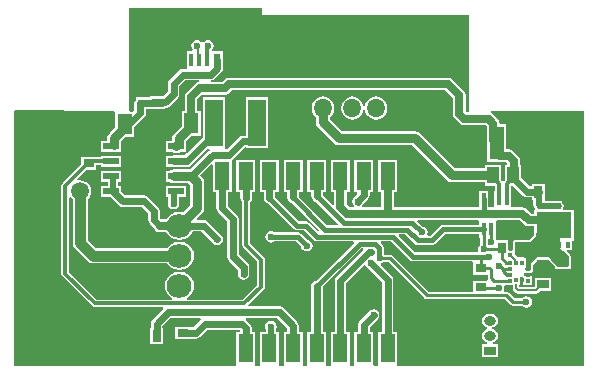
<source format=gbr>
%TF.GenerationSoftware,Altium Limited,Altium Designer,20.2.4 (192)*%
G04 Layer_Physical_Order=1*
G04 Layer_Color=255*
%FSLAX26Y26*%
%MOIN*%
%TF.SameCoordinates,97307457-8CCF-4A7E-BA0C-C77F47F2EFA4*%
%TF.FilePolarity,Positive*%
%TF.FileFunction,Copper,L1,Top,Signal*%
%TF.Part,Single*%
G01*
G75*
%TA.AperFunction,ConnectorPad*%
%ADD10R,0.023622X0.043307*%
%ADD11R,0.015748X0.043307*%
%TA.AperFunction,SMDPad,CuDef*%
%ADD12R,0.090551X0.129921*%
%ADD13R,0.055118X0.021654*%
%ADD14R,0.048819X0.110630*%
%ADD15R,0.035433X0.027559*%
%ADD16R,0.038433X0.030000*%
%ADD17R,0.015866X0.027953*%
%ADD18R,0.059055X0.157480*%
%TA.AperFunction,ConnectorPad*%
%ADD19R,0.049213X0.094488*%
%TA.AperFunction,SMDPad,CuDef*%
%ADD20R,0.048819X0.068000*%
%ADD21R,0.011811X0.019685*%
%ADD22R,0.118110X0.086614*%
%ADD23R,0.013780X0.016929*%
%ADD24R,0.016929X0.013780*%
%ADD25R,0.016535X0.042000*%
%ADD26R,0.039370X0.055118*%
%ADD27R,0.027559X0.035433*%
%ADD28R,0.030000X0.038433*%
%TA.AperFunction,Conductor*%
%ADD29C,0.027559*%
%ADD30C,0.023622*%
%ADD31C,0.011811*%
%ADD32C,0.019685*%
%ADD33C,0.031496*%
%ADD34C,0.009842*%
%ADD35C,0.015748*%
%ADD36C,0.007874*%
%ADD37C,0.035433*%
%TA.AperFunction,SMDPad,CuDef*%
%ADD38C,0.015000*%
%TA.AperFunction,ComponentPad*%
%ADD39O,0.035433X0.076772*%
%ADD40O,0.041339X0.061024*%
%ADD41O,0.082677X0.078740*%
%ADD42C,0.059055*%
%ADD43R,0.059055X0.059055*%
%ADD44O,0.059055X0.062992*%
%ADD45R,0.051181X0.068898*%
%TA.AperFunction,ViaPad*%
%ADD46C,0.157480*%
%TA.AperFunction,ComponentPad*%
%ADD47R,0.031496X0.040000*%
%ADD48O,0.031496X0.040000*%
%ADD49O,0.040000X0.031496*%
%ADD50R,0.040000X0.031496*%
%TA.AperFunction,ViaPad*%
%ADD51C,0.023622*%
%TA.AperFunction,TestPad*%
%ADD52C,0.023622*%
%TA.AperFunction,ViaPad*%
%ADD53C,0.019685*%
%ADD54C,0.015748*%
G36*
X831290Y1172668D02*
X1520266D01*
Y854204D01*
X1520266Y852535D01*
X1516646Y849204D01*
X1513145D01*
X1509464Y852885D01*
Y906091D01*
X1507844Y914232D01*
X1503233Y921135D01*
X1465032Y959335D01*
X1458130Y963947D01*
X1449989Y965566D01*
X721457D01*
X713315Y963947D01*
X706413Y959335D01*
X698471Y951393D01*
X661284D01*
X660792Y956393D01*
X666822Y957593D01*
X673073Y961769D01*
X694727Y983423D01*
X698903Y989674D01*
X700370Y997047D01*
Y1025591D01*
X700000Y1027452D01*
Y1054331D01*
X666149D01*
X665200Y1055614D01*
X663934Y1059331D01*
X667407Y1064529D01*
X668874Y1071903D01*
X667407Y1079276D01*
X663231Y1085527D01*
X656980Y1089704D01*
X649606Y1091170D01*
X642233Y1089704D01*
X635982Y1085527D01*
X634390Y1083144D01*
X629390D01*
X627798Y1085527D01*
X621547Y1089704D01*
X614173Y1091170D01*
X606800Y1089704D01*
X600549Y1085527D01*
X596372Y1079276D01*
X594905Y1071903D01*
X596372Y1064529D01*
X599846Y1059331D01*
X598579Y1055614D01*
X597631Y1054331D01*
X579528D01*
Y996851D01*
X575434Y994662D01*
X566535D01*
X559162Y993195D01*
X552911Y989018D01*
X521809Y957916D01*
X517632Y951665D01*
X516165Y944291D01*
Y918020D01*
X501712Y903567D01*
X455980D01*
Y899969D01*
X425976D01*
X421186Y899016D01*
X410177D01*
Y891946D01*
X406412Y886311D01*
X404945Y878938D01*
Y856204D01*
X399670Y850929D01*
X392711D01*
X388377Y852535D01*
X388377Y855929D01*
Y1196290D01*
X831290D01*
Y1172668D01*
D02*
G37*
G36*
X620704Y951126D02*
X613906Y949774D01*
X607004Y945162D01*
X578854Y917012D01*
X574242Y910110D01*
X572623Y901969D01*
Y854079D01*
X562402D01*
Y804831D01*
X538655Y781085D01*
X533608Y773532D01*
X531836Y764622D01*
X531836Y764621D01*
Y755707D01*
X530460Y754331D01*
X508661D01*
Y718504D01*
X530689D01*
X536366Y714711D01*
X545276Y712938D01*
X554185Y714711D01*
X559862Y718504D01*
X572966D01*
X577595Y718504D01*
X580878Y714715D01*
X571847Y705685D01*
X535433D01*
X528624Y704331D01*
X508661D01*
Y668504D01*
X528624D01*
X535433Y667149D01*
X579828D01*
X587202Y668616D01*
X593453Y672793D01*
X649707Y729047D01*
X654367Y728544D01*
X655789Y724077D01*
X653108Y722286D01*
X590521Y659699D01*
X535433D01*
X526524Y657927D01*
X521141Y654331D01*
X508661D01*
Y618504D01*
X521141D01*
X526524Y614908D01*
X535433Y613135D01*
X584844D01*
X590891Y607088D01*
Y540290D01*
X567721Y517120D01*
X557149Y518511D01*
X553212D01*
X541085Y516915D01*
X529784Y512234D01*
X520079Y504787D01*
X512633Y495082D01*
X511740Y492928D01*
X494896D01*
X489740Y498085D01*
Y519685D01*
X488274Y527058D01*
X484097Y533309D01*
X450632Y566774D01*
X444381Y570951D01*
X437008Y572417D01*
X374910D01*
X361417Y585910D01*
Y604331D01*
X351906D01*
Y618504D01*
X361417D01*
Y654331D01*
X292126D01*
Y618504D01*
X317385D01*
Y604331D01*
X292126D01*
Y568504D01*
X324326D01*
X353305Y539525D01*
X359556Y535348D01*
X366929Y533882D01*
X429027D01*
X451205Y511704D01*
Y490104D01*
X452671Y482730D01*
X456848Y476479D01*
X469131Y464196D01*
X469267Y463512D01*
X473879Y456610D01*
X480781Y451998D01*
X488923Y450379D01*
X511740D01*
X512633Y448225D01*
X520079Y438520D01*
X529784Y431074D01*
X541085Y426393D01*
X553212Y424796D01*
X557149D01*
X569277Y426393D01*
X580578Y431074D01*
X590283Y438520D01*
X597729Y448225D01*
X599453Y452386D01*
X628544D01*
X667871Y413058D01*
X674122Y408882D01*
X681496Y407415D01*
X688869Y408882D01*
X695120Y413058D01*
X699297Y419309D01*
X700764Y426683D01*
X699297Y434056D01*
X695120Y440307D01*
X650150Y485278D01*
X643899Y489455D01*
X636525Y490921D01*
X613907D01*
X611994Y495541D01*
X630636Y514183D01*
X630636Y514183D01*
X635683Y521736D01*
X637455Y530646D01*
X637455Y530646D01*
Y616732D01*
X637455Y616732D01*
X635683Y625642D01*
X630636Y633195D01*
X624576Y639256D01*
X661522Y676203D01*
X666142Y674289D01*
Y583465D01*
X678567D01*
Y530646D01*
X680034Y523273D01*
X684210Y517022D01*
X714000Y487232D01*
Y368318D01*
X715467Y360945D01*
X719643Y354694D01*
X749641Y324696D01*
Y310747D01*
X751108Y303374D01*
X755284Y297123D01*
X761535Y292946D01*
X768909Y291479D01*
X776282Y292946D01*
X782533Y297123D01*
X786710Y303374D01*
X788177Y310747D01*
Y332677D01*
X786710Y340051D01*
X782533Y346302D01*
X752535Y376300D01*
Y495213D01*
X751069Y502586D01*
X746892Y508837D01*
X717102Y538627D01*
Y583465D01*
X729528D01*
Y691326D01*
X735081Y695037D01*
X773346Y733303D01*
X778346Y732700D01*
Y729134D01*
X851575D01*
Y900787D01*
X778346D01*
Y772264D01*
X765791D01*
X758418Y770797D01*
X752167Y766621D01*
X713476Y727929D01*
X710407D01*
X705906Y729134D01*
X705905Y732929D01*
Y900787D01*
X632677D01*
Y766515D01*
X581741Y715579D01*
X577953Y718862D01*
X577953Y723356D01*
Y743813D01*
X578400Y746063D01*
X578400Y746063D01*
Y754978D01*
X595327Y771905D01*
X625394D01*
Y854079D01*
X615173D01*
Y893156D01*
X630860Y908843D01*
X707283D01*
X715425Y910463D01*
X722327Y915074D01*
X730269Y923016D01*
X1441176D01*
X1466914Y897279D01*
Y844073D01*
X1468534Y835931D01*
X1473145Y829029D01*
X1489289Y812886D01*
X1496191Y808274D01*
X1504333Y806654D01*
X1577013D01*
X1580694Y802973D01*
Y757525D01*
X1581103Y755470D01*
Y684494D01*
X1621173D01*
X1623228Y684085D01*
X1643491D01*
X1648016Y679559D01*
Y674479D01*
X1639036D01*
Y623921D01*
X1636794Y621679D01*
X1636215Y620813D01*
X1630937D01*
X1627225Y624580D01*
Y674479D01*
X1573681D01*
Y663115D01*
X1473805D01*
X1356820Y780100D01*
X1349267Y785147D01*
X1340357Y786919D01*
X1340357Y786919D01*
X1097064D01*
X1056747Y827236D01*
Y833525D01*
X1059579Y835697D01*
X1065447Y843346D01*
X1069137Y852253D01*
X1070395Y861811D01*
Y865748D01*
X1069137Y875306D01*
X1065447Y884213D01*
X1059579Y891861D01*
X1051930Y897730D01*
X1043023Y901420D01*
X1033465Y902678D01*
X1023907Y901420D01*
X1015000Y897730D01*
X1007352Y891861D01*
X1001483Y884213D01*
X997793Y875306D01*
X996535Y865748D01*
Y861811D01*
X997793Y852253D01*
X1001483Y843346D01*
X1007352Y835697D01*
X1010183Y833525D01*
Y817593D01*
X1010183Y817593D01*
X1011955Y808683D01*
X1017002Y801130D01*
X1070957Y747175D01*
X1070958Y747174D01*
X1078511Y742128D01*
X1087420Y740355D01*
X1087421Y740355D01*
X1330713D01*
X1447698Y623370D01*
X1455251Y618323D01*
X1464161Y616551D01*
X1464162Y616551D01*
X1573681D01*
Y605188D01*
X1607323D01*
Y588392D01*
X1605216D01*
Y533086D01*
X1584743D01*
Y588196D01*
X1554035D01*
Y533086D01*
X1270291D01*
Y583465D01*
X1280709D01*
Y692126D01*
X1217323D01*
Y583465D01*
X1227741D01*
Y533086D01*
X1166942D01*
X1165077Y538086D01*
X1168421Y543090D01*
X1168817Y545083D01*
X1183900Y560166D01*
X1188077Y566417D01*
X1189544Y573790D01*
Y583465D01*
X1201969D01*
Y692126D01*
X1138583D01*
Y583465D01*
X1145630D01*
X1147701Y578465D01*
X1136995Y567758D01*
X1132819Y561507D01*
X1131352Y554134D01*
Y550463D01*
X1132819Y543090D01*
X1136162Y538086D01*
X1134297Y533086D01*
X1122467D01*
X1112811Y542742D01*
Y583465D01*
X1123228D01*
Y692126D01*
X1059843D01*
Y583465D01*
X1070261D01*
Y541506D01*
X1065641Y539592D01*
X1033047Y572186D01*
Y583465D01*
X1044488D01*
Y692126D01*
X981102D01*
Y583465D01*
X994512D01*
Y569882D01*
X995978Y562508D01*
X1000155Y556258D01*
X1006406Y552081D01*
X1010903Y551186D01*
X1083752Y478338D01*
X1081838Y473718D01*
X1047854D01*
X953323Y568249D01*
Y583465D01*
X965748D01*
Y692126D01*
X902362D01*
Y583465D01*
X914787D01*
Y565945D01*
X916254Y558571D01*
X920431Y552321D01*
X926682Y548144D01*
X931179Y547249D01*
X1020180Y458248D01*
X1018534Y452823D01*
X1017728Y452663D01*
X988148Y482243D01*
X983200Y485549D01*
X977362Y486710D01*
X954153D01*
X874583Y566281D01*
Y583465D01*
X887008D01*
Y692126D01*
X823622D01*
Y583465D01*
X836047D01*
Y563976D01*
X837514Y556603D01*
X841691Y550352D01*
X847942Y546175D01*
X852439Y545281D01*
X937049Y460671D01*
X941997Y457364D01*
X947835Y456203D01*
X971044D01*
X1003387Y423860D01*
X1008336Y420553D01*
X1014173Y419392D01*
X1134826D01*
X1136740Y414773D01*
X1009919Y287952D01*
X1005422Y287058D01*
X999171Y282881D01*
X994994Y276630D01*
X993528Y269256D01*
Y117323D01*
X981102D01*
Y10346D01*
X981102Y8661D01*
X977476Y5346D01*
X969375D01*
X965748Y8661D01*
X965748Y10346D01*
Y117323D01*
X953323D01*
Y138402D01*
X951856Y145775D01*
X947680Y152026D01*
X903005Y196701D01*
X896754Y200878D01*
X889380Y202344D01*
X787378D01*
X785307Y207344D01*
X836138Y258176D01*
X836139Y258176D01*
X839010Y262473D01*
X840018Y267543D01*
X840018Y267543D01*
Y358090D01*
X839010Y363159D01*
X836139Y367457D01*
X836138Y367457D01*
X790806Y412789D01*
Y550234D01*
X791183Y550486D01*
X791380Y550683D01*
X795557Y556934D01*
X797024Y564307D01*
Y583465D01*
X808268D01*
Y692126D01*
X744882D01*
Y583465D01*
X758488D01*
Y565100D01*
X758291Y564111D01*
X759758Y556737D01*
X763935Y550486D01*
X764312Y550234D01*
Y407303D01*
X764312Y407303D01*
X765321Y402233D01*
X768192Y397936D01*
X813525Y352603D01*
Y273029D01*
X766164Y225669D01*
X580596D01*
X579601Y230669D01*
X580578Y231074D01*
X590283Y238520D01*
X597729Y248225D01*
X602410Y259526D01*
X604007Y271654D01*
X602410Y283781D01*
X597729Y295082D01*
X590283Y304787D01*
X580578Y312233D01*
X569277Y316915D01*
X557149Y318511D01*
X553212D01*
X541085Y316915D01*
X529784Y312233D01*
X520079Y304787D01*
X512633Y295082D01*
X507951Y283781D01*
X506355Y271654D01*
X507951Y259526D01*
X512633Y248225D01*
X520079Y238520D01*
X529784Y231074D01*
X530761Y230669D01*
X529766Y225669D01*
X279925D01*
X188007Y317587D01*
Y565188D01*
X192478Y567681D01*
X193007Y567654D01*
X198647Y560304D01*
X199471Y559671D01*
Y415004D01*
X201396Y405326D01*
X206878Y397122D01*
X250228Y353772D01*
X258433Y348290D01*
X268110Y346365D01*
X514060D01*
X520079Y338520D01*
X529784Y331074D01*
X541085Y326393D01*
X553212Y324796D01*
X557149D01*
X569277Y326393D01*
X580578Y331074D01*
X590283Y338520D01*
X597729Y348225D01*
X602410Y359526D01*
X604007Y371654D01*
X602410Y383781D01*
X597729Y395082D01*
X590283Y404787D01*
X580578Y412233D01*
X569277Y416915D01*
X557149Y418511D01*
X553212D01*
X541085Y416915D01*
X529784Y412233D01*
X520079Y404787D01*
X514060Y396943D01*
X278585D01*
X250049Y425479D01*
Y559671D01*
X250874Y560304D01*
X256743Y567952D01*
X260432Y576859D01*
X261690Y586417D01*
X260432Y595976D01*
X256743Y604882D01*
X250874Y612531D01*
X243225Y618400D01*
X234318Y622089D01*
X224760Y623347D01*
X217486Y622390D01*
X215150Y627125D01*
X246883Y658858D01*
X277756D01*
Y674051D01*
X292126D01*
Y668504D01*
X361417D01*
Y704331D01*
X292126D01*
Y700544D01*
X277756D01*
Y700591D01*
X228150D01*
Y677592D01*
X165393Y614836D01*
X162522Y610538D01*
X161513Y605469D01*
X161514Y605468D01*
Y312101D01*
X161513Y312100D01*
X162522Y307031D01*
X165393Y302733D01*
X265071Y203056D01*
X265071Y203055D01*
X269369Y200184D01*
X274438Y199176D01*
X274439Y199176D01*
X499491D01*
X501562Y194176D01*
X465116Y157730D01*
X460939Y151479D01*
X459472Y144105D01*
Y130433D01*
X455906D01*
Y76260D01*
X501575D01*
Y130433D01*
X498008D01*
Y136124D01*
X525692Y163809D01*
X624664D01*
X626181Y158809D01*
X625155Y158124D01*
X600856Y133824D01*
X591339D01*
Y135422D01*
X541732D01*
Y93690D01*
X591339D01*
Y95288D01*
X608837D01*
X616210Y96755D01*
X622461Y100931D01*
X646761Y125231D01*
X754756D01*
X757307Y122681D01*
Y117323D01*
X744882D01*
Y10346D01*
X744882Y8661D01*
X741255Y5346D01*
X111546D01*
X106754Y4385D01*
X86126Y3844D01*
X75872Y5346D01*
X4518D01*
Y852535D01*
X5598D01*
X5603Y855691D01*
X170958D01*
X170957Y855691D01*
X174760Y852535D01*
X336807D01*
X341142Y850929D01*
X341142Y847535D01*
Y799123D01*
X322120Y780101D01*
X317073Y772548D01*
X315301Y763638D01*
X315301Y763637D01*
Y754331D01*
X292126D01*
Y718504D01*
X331385D01*
X338583Y717072D01*
X345781Y718504D01*
X361417D01*
Y738105D01*
X361865Y740354D01*
Y753994D01*
X376627Y768756D01*
X404134D01*
Y800895D01*
X437838Y834599D01*
X442014Y840850D01*
X443481Y848223D01*
Y861433D01*
X455980D01*
Y859394D01*
X508587D01*
Y863354D01*
X515248Y864679D01*
X521499Y868856D01*
X549058Y896415D01*
X553234Y902666D01*
X554701Y910039D01*
Y936310D01*
X574516Y956126D01*
X620212D01*
X620704Y951126D01*
D02*
G37*
G36*
X1699131Y571387D02*
X1705381Y567211D01*
X1712755Y565744D01*
X1729403D01*
Y558708D01*
X1735228D01*
Y540819D01*
X1736542Y534214D01*
X1740284Y528614D01*
X1741063Y527835D01*
X1738992Y522835D01*
X1737008D01*
Y512021D01*
X1727712D01*
X1712878Y526855D01*
X1705976Y531466D01*
X1697835Y533086D01*
X1661515D01*
Y588196D01*
X1659407D01*
Y605188D01*
X1665330D01*
X1699131Y571387D01*
D02*
G37*
G36*
X1554035Y488195D02*
Y475363D01*
X1433140D01*
X1427303Y474202D01*
X1422354Y470895D01*
X1389449Y437990D01*
X1384010D01*
X1381394Y442990D01*
X1382690Y449508D01*
X1381223Y456881D01*
X1377047Y463132D01*
X1370796Y467309D01*
X1366299Y468204D01*
X1348585Y485917D01*
X1350499Y490536D01*
X1550004D01*
X1554035Y488195D01*
D02*
G37*
G36*
X1703856Y475702D02*
X1710758Y471091D01*
X1718900Y469471D01*
X1737008D01*
Y448029D01*
X1736876Y447486D01*
X1736900Y447332D01*
X1736869Y447179D01*
X1736869Y440001D01*
X1720432Y423564D01*
X1712205D01*
Y423581D01*
X1670473D01*
Y423016D01*
X1670463Y423014D01*
X1668119Y421448D01*
X1666553Y419103D01*
X1666003Y416339D01*
X1666003Y392600D01*
X1661003Y388799D01*
X1658545Y389288D01*
X1655394Y388661D01*
X1650394Y392136D01*
Y423581D01*
X1612780D01*
X1609601Y427702D01*
X1610334Y432022D01*
X1610334Y432022D01*
Y488195D01*
X1614364Y490536D01*
X1689022D01*
X1703856Y475702D01*
D02*
G37*
G36*
X1554035Y432022D02*
X1557146D01*
Y409232D01*
X1555765Y408309D01*
X1551588Y402058D01*
X1550121Y394685D01*
X1551375Y388382D01*
X1548658Y383382D01*
X1340552D01*
X1285343Y438591D01*
X1287256Y443211D01*
X1308642D01*
X1339903Y411950D01*
X1344852Y408644D01*
X1350689Y407483D01*
X1395768D01*
X1401605Y408644D01*
X1406554Y411950D01*
X1439459Y444855D01*
X1554035D01*
Y432022D01*
D02*
G37*
G36*
X1824803Y397638D02*
X1834646Y387795D01*
X1853346Y369094D01*
X1853347Y339165D01*
X1849811Y335630D01*
X1816929Y335630D01*
X1794020Y358539D01*
Y362063D01*
X1790496D01*
X1786417Y366142D01*
X1748032D01*
X1743953Y362063D01*
X1741413D01*
Y359524D01*
X1725394Y343504D01*
Y322603D01*
X1707677D01*
Y332249D01*
X1709842D01*
Y363351D01*
X1705547D01*
X1702756Y366142D01*
X1684055D01*
X1673228Y376969D01*
X1673228Y416339D01*
X1723425D01*
X1742126Y435039D01*
X1744095Y437008D01*
X1744094Y447179D01*
X1749095Y451772D01*
X1824803D01*
Y397638D01*
D02*
G37*
G36*
X1903981Y853726D02*
Y852535D01*
X1904125D01*
Y205552D01*
X1904814Y204796D01*
Y204796D01*
Y204796D01*
D01*
X1904814Y43236D01*
X1904125Y42479D01*
Y5346D01*
X1833576D01*
X1823322Y3844D01*
X1802694Y4385D01*
X1797903Y5346D01*
X1284335D01*
X1280709Y8661D01*
X1280709Y10346D01*
Y117323D01*
X1268284D01*
Y290570D01*
X1266817Y297944D01*
X1262640Y304195D01*
X1226359Y340476D01*
X1228005Y345902D01*
X1230665Y346431D01*
X1236337Y350221D01*
X1251995D01*
X1371283Y230933D01*
X1375255Y228279D01*
X1379940Y227347D01*
X1640241D01*
X1658689Y208899D01*
X1662661Y206245D01*
X1667347Y205313D01*
X1697133D01*
X1698073Y203906D01*
X1704324Y199729D01*
X1711698Y198262D01*
X1719071Y199729D01*
X1725322Y203906D01*
X1729499Y210157D01*
X1730966Y217530D01*
X1729499Y224904D01*
X1725322Y231155D01*
X1719071Y235331D01*
X1711698Y236798D01*
X1704324Y235331D01*
X1698073Y231155D01*
X1697168Y229799D01*
X1672418D01*
X1653969Y248247D01*
X1649998Y250901D01*
X1645312Y251833D01*
X1639044D01*
X1637275Y255144D01*
X1636805Y256833D01*
X1638154Y263617D01*
X1636687Y270990D01*
X1640207Y274723D01*
X1641142Y274965D01*
Y274965D01*
X1662205D01*
Y273587D01*
X1665926D01*
Y262795D01*
X1666781Y258494D01*
X1669218Y254848D01*
X1675123Y248942D01*
X1678770Y246506D01*
X1683071Y245650D01*
X1744224D01*
X1748526Y246506D01*
X1752172Y248942D01*
X1757309Y254079D01*
X1794020D01*
Y298252D01*
X1741413D01*
Y269974D01*
X1739569Y268129D01*
X1688405D01*
Y273587D01*
X1690157D01*
Y299213D01*
X1699803D01*
Y274965D01*
X1730905D01*
Y302918D01*
X1705118D01*
Y314335D01*
X1730905D01*
Y318096D01*
X1732069Y319838D01*
X1732619Y322603D01*
Y340511D01*
X1746523Y354414D01*
X1747540Y355937D01*
X1749062Y356954D01*
X1751024Y358916D01*
X1783425D01*
X1785387Y356954D01*
X1787499Y355542D01*
X1788910Y353430D01*
X1806374Y335967D01*
Y328486D01*
X1816522D01*
X1816929Y328404D01*
X1849811Y328404D01*
X1850219Y328486D01*
X1858980D01*
Y334841D01*
X1860022Y336400D01*
X1860572Y339165D01*
X1860572Y369094D01*
X1860022Y371859D01*
X1858456Y374203D01*
X1846727Y385932D01*
X1848641Y390551D01*
X1863386D01*
Y422047D01*
X1869291D01*
Y522835D01*
X1834908D01*
X1832866Y527835D01*
X1834845Y530796D01*
X1836159Y537402D01*
X1834845Y544007D01*
X1831890Y548429D01*
Y554331D01*
X1820565D01*
X1818898Y554662D01*
X1775879D01*
X1773576Y558709D01*
Y611315D01*
X1729403D01*
Y604279D01*
X1720736D01*
X1692579Y632437D01*
Y674479D01*
X1690566D01*
Y688372D01*
X1688947Y696513D01*
X1684335Y703415D01*
X1667347Y720404D01*
X1660445Y725015D01*
X1652303Y726635D01*
X1644095D01*
Y809297D01*
X1623244D01*
Y811785D01*
X1621624Y819927D01*
X1617012Y826829D01*
X1600869Y842973D01*
X1593967Y847585D01*
X1594707Y852535D01*
X1728871D01*
X1730492Y854012D01*
X1903981Y853726D01*
D02*
G37*
G36*
X1323448Y357342D02*
X1328397Y354036D01*
X1334234Y352875D01*
X1530519D01*
X1534419Y350220D01*
Y308488D01*
X1582824D01*
Y296040D01*
X1583348Y293409D01*
X1580563Y289029D01*
X1579711Y288409D01*
X1534419D01*
Y251833D01*
X1385011D01*
X1265723Y371121D01*
X1261751Y373775D01*
X1257066Y374707D01*
X1239020D01*
X1236916Y377857D01*
X1235533Y378780D01*
Y398884D01*
X1234372Y404722D01*
X1231066Y409670D01*
X1225964Y414773D01*
X1227877Y419392D01*
X1261398D01*
X1323448Y357342D01*
D02*
G37*
G36*
X1175857Y338293D02*
X1179505Y332832D01*
X1229748Y282589D01*
Y117323D01*
X1217323D01*
Y10346D01*
X1217323Y8661D01*
X1213697Y5346D01*
X1205595D01*
X1201969Y8661D01*
X1201969Y10346D01*
Y117323D01*
X1189544D01*
Y134226D01*
X1215790Y160472D01*
X1219966Y166723D01*
X1221433Y174097D01*
X1219966Y181470D01*
X1215790Y187721D01*
X1209539Y191898D01*
X1202165Y193364D01*
X1194792Y191898D01*
X1188541Y187721D01*
X1156651Y155832D01*
X1152475Y149581D01*
X1151008Y142207D01*
Y117323D01*
X1138583D01*
Y10346D01*
X1138583Y8661D01*
X1134956Y5346D01*
X1126855D01*
X1123229Y8661D01*
X1123228Y10346D01*
Y117323D01*
X1110803D01*
Y280310D01*
X1170446Y339952D01*
X1175857Y338293D01*
D02*
G37*
G36*
X1165371Y395876D02*
X1167208Y391213D01*
X1077911Y301915D01*
X1073735Y295664D01*
X1072268Y288291D01*
Y117323D01*
X1059843D01*
Y10346D01*
X1059843Y8661D01*
X1056216Y5346D01*
X1048115D01*
X1044488Y8661D01*
X1044488Y10346D01*
Y117323D01*
X1032063D01*
Y266952D01*
X1161401Y396290D01*
X1165371Y395876D01*
D02*
G37*
G36*
X914787Y130421D02*
Y117323D01*
X902362D01*
Y10346D01*
X902362Y8661D01*
X898736Y5346D01*
X890635D01*
X887008Y8661D01*
X887008Y10346D01*
Y117323D01*
X876744D01*
Y127240D01*
X877284Y128048D01*
X878751Y135422D01*
X877284Y142795D01*
X873107Y149046D01*
X866856Y153223D01*
X859483Y154690D01*
X852110Y153223D01*
X845859Y149046D01*
X841682Y142795D01*
X840215Y135422D01*
X841682Y128048D01*
X842222Y127240D01*
Y117323D01*
X823622D01*
Y10346D01*
X823622Y8661D01*
X819995Y5346D01*
X811894D01*
X808268Y8661D01*
X808268Y10346D01*
Y117323D01*
X795843D01*
Y130662D01*
X794376Y138035D01*
X790199Y144286D01*
X776362Y158124D01*
X775336Y158809D01*
X776853Y163809D01*
X881399D01*
X914787Y130421D01*
D02*
G37*
%LPC*%
G36*
X1210630Y902678D02*
X1201072Y901420D01*
X1192165Y897730D01*
X1184516Y891861D01*
X1178648Y884213D01*
X1174958Y875306D01*
X1173833Y866756D01*
X1173700Y865748D01*
X1168820D01*
X1168687Y866756D01*
X1167561Y875306D01*
X1163872Y884213D01*
X1158003Y891861D01*
X1150355Y897730D01*
X1141448Y901420D01*
X1131890Y902678D01*
X1122332Y901420D01*
X1113425Y897730D01*
X1105776Y891861D01*
X1099907Y884213D01*
X1096218Y875306D01*
X1094960Y865748D01*
Y861811D01*
X1096218Y852253D01*
X1099907Y843346D01*
X1105776Y835697D01*
X1113425Y829829D01*
X1122332Y826139D01*
X1131890Y824881D01*
X1141448Y826139D01*
X1150355Y829829D01*
X1158003Y835697D01*
X1163872Y843346D01*
X1167561Y852253D01*
X1168687Y860803D01*
X1168820Y861811D01*
X1173700D01*
X1173833Y860803D01*
X1174958Y852253D01*
X1178648Y843346D01*
X1184516Y835697D01*
X1192165Y829829D01*
X1201072Y826139D01*
X1210630Y824881D01*
X1220188Y826139D01*
X1229095Y829829D01*
X1236743Y835697D01*
X1242612Y843346D01*
X1246302Y852253D01*
X1247560Y861811D01*
Y865748D01*
X1246302Y875306D01*
X1242612Y884213D01*
X1236743Y891861D01*
X1229095Y897730D01*
X1220188Y901420D01*
X1210630Y902678D01*
D02*
G37*
G36*
X577953Y604331D02*
X508661D01*
Y568504D01*
X518172D01*
Y553852D01*
X517632Y553043D01*
X516165Y545670D01*
X517632Y538296D01*
X521809Y532045D01*
X528060Y527869D01*
X535433Y526402D01*
X542807Y527869D01*
X549058Y532045D01*
X553234Y538296D01*
X554701Y545670D01*
X553234Y553043D01*
X552694Y553852D01*
Y568504D01*
X577953D01*
Y604331D01*
D02*
G37*
G36*
X860236Y453913D02*
X852863Y452447D01*
X846612Y448270D01*
X842435Y442019D01*
X840968Y434646D01*
X842435Y427272D01*
X846612Y421021D01*
X852863Y416845D01*
X860236Y415378D01*
X867610Y416845D01*
X871422Y419392D01*
X943879D01*
X960775Y402496D01*
X961669Y397998D01*
X965846Y391748D01*
X972097Y387571D01*
X979471Y386104D01*
X986844Y387571D01*
X993095Y391748D01*
X997272Y397998D01*
X998738Y405372D01*
X997272Y412745D01*
X993095Y418996D01*
X986844Y423173D01*
X982347Y424068D01*
X960983Y445432D01*
X956034Y448738D01*
X950197Y449899D01*
X871422D01*
X867610Y452447D01*
X860236Y453913D01*
D02*
G37*
G36*
X1593819Y178794D02*
X1585315D01*
X1576405Y177022D01*
X1568852Y171975D01*
X1563805Y164421D01*
X1562033Y155512D01*
X1563805Y146602D01*
X1568852Y139049D01*
X1576405Y134002D01*
X1581137Y133061D01*
Y127963D01*
X1576405Y127022D01*
X1568852Y121975D01*
X1563805Y114421D01*
X1562033Y105512D01*
X1563805Y96602D01*
X1568852Y89049D01*
X1576405Y84002D01*
X1579701Y83346D01*
X1579209Y78346D01*
X1562480D01*
Y32677D01*
X1616653D01*
Y78346D01*
X1599925D01*
X1599433Y83346D01*
X1602728Y84002D01*
X1610282Y89049D01*
X1615329Y96602D01*
X1617101Y105512D01*
X1615329Y114421D01*
X1610282Y121975D01*
X1602728Y127022D01*
X1597997Y127963D01*
Y133061D01*
X1602728Y134002D01*
X1610282Y139049D01*
X1615329Y146602D01*
X1617101Y155512D01*
X1615329Y164421D01*
X1610282Y171975D01*
X1602728Y177022D01*
X1593819Y178794D01*
D02*
G37*
%LPD*%
D10*
X559055Y1025591D02*
D03*
X681102D02*
D03*
D11*
X594488D02*
D03*
X620079D02*
D03*
X645669D02*
D03*
D12*
X435039Y661417D02*
D03*
D13*
X326772Y736417D02*
D03*
Y686417D02*
D03*
Y636417D02*
D03*
Y586417D02*
D03*
X543307Y736417D02*
D03*
Y686417D02*
D03*
Y636417D02*
D03*
Y586417D02*
D03*
D14*
X1612599Y746895D02*
D03*
X1495669D02*
D03*
D15*
X566535Y114556D02*
D03*
Y52745D02*
D03*
X252953Y679724D02*
D03*
Y741535D02*
D03*
X1559222Y329354D02*
D03*
Y267543D02*
D03*
D16*
X482284Y945291D02*
D03*
Y881480D02*
D03*
X1767716Y339976D02*
D03*
Y276165D02*
D03*
X1832677Y286761D02*
D03*
Y350572D02*
D03*
D17*
X425197Y956693D02*
D03*
Y877953D02*
D03*
D18*
X814961Y814961D02*
D03*
X669291D02*
D03*
D19*
X697835Y62992D02*
D03*
X776575D02*
D03*
X855315D02*
D03*
X934055D02*
D03*
X1012795D02*
D03*
X1091536D02*
D03*
X1170276D02*
D03*
X1249016D02*
D03*
X697835Y637795D02*
D03*
X776575D02*
D03*
X855315D02*
D03*
X934055D02*
D03*
X1012795D02*
D03*
X1091536D02*
D03*
X1170276D02*
D03*
X1249016D02*
D03*
D20*
X476969Y812992D02*
D03*
X593898D02*
D03*
X255709Y809842D02*
D03*
X372638D02*
D03*
D21*
X1850394Y537402D02*
D03*
X1818898D02*
D03*
X1787402D02*
D03*
X1755906D02*
D03*
X1850394Y407480D02*
D03*
X1818898D02*
D03*
X1787402D02*
D03*
X1755906D02*
D03*
D22*
X1803150Y472441D02*
D03*
D23*
X1676181Y347800D02*
D03*
X1695866D02*
D03*
Y289138D02*
D03*
X1676181D02*
D03*
D24*
X1715354Y347997D02*
D03*
Y328312D02*
D03*
Y308627D02*
D03*
Y288941D02*
D03*
X1656693D02*
D03*
Y308627D02*
D03*
Y328312D02*
D03*
Y347997D02*
D03*
D25*
X1646161Y560109D02*
D03*
X1620570Y560306D02*
D03*
X1594979Y560109D02*
D03*
X1569389D02*
D03*
Y460109D02*
D03*
X1594979D02*
D03*
X1620570D02*
D03*
X1646161D02*
D03*
D26*
X1665807Y639833D02*
D03*
X1600453D02*
D03*
D27*
X1691339Y398778D02*
D03*
X1629528D02*
D03*
D28*
X1815300Y585012D02*
D03*
X1751489D02*
D03*
D29*
X1664035Y639833D02*
X1669291Y645089D01*
X1652303Y705360D02*
X1669291Y688372D01*
X1623228Y705360D02*
X1652303D01*
X1612599Y715990D02*
X1623228Y705360D01*
X1669291Y645089D02*
Y688372D01*
X844488Y944291D02*
X1449989D01*
X721457D02*
X844488D01*
X707283Y930118D02*
X721457Y944291D01*
X1488189Y844073D02*
Y906091D01*
X1601969Y757525D02*
Y811785D01*
X1585825Y827929D02*
X1601969Y811785D01*
X1488189Y844073D02*
X1504333Y827929D01*
X1585825D01*
X1612599Y715990D02*
Y746895D01*
X1601969Y757525D02*
X1612599Y746895D01*
X1569389Y511811D02*
X1697835D01*
X1249016D02*
X1569389D01*
X1113654D02*
X1249016D01*
X1091536Y533930D02*
X1113654Y511811D01*
X1697835D02*
X1718900Y490746D01*
X1784844D01*
X1091536Y533930D02*
Y637795D01*
X1249016Y511811D02*
Y637795D01*
X1784844Y490746D02*
X1803150Y472441D01*
X1449989Y944291D02*
X1488189Y906091D01*
X622047Y930118D02*
X707283D01*
X593898Y901969D02*
X622047Y930118D01*
X593898Y812992D02*
Y901969D01*
X488923Y471654D02*
X555181D01*
D30*
X777559Y564111D02*
X777756Y564307D01*
Y636614D01*
X776575Y637795D02*
X777756Y636614D01*
X638780Y144499D02*
X762737D01*
X776575Y62992D02*
Y130662D01*
X636525Y471654D02*
X681496Y426683D01*
X555181Y471654D02*
X636525D01*
X733268Y368318D02*
X768909Y332677D01*
Y310747D02*
Y332677D01*
X733268Y368318D02*
Y495213D01*
X372638Y809842D02*
X385833D01*
X1664035Y633731D02*
X1712755Y585012D01*
X1752489D01*
X697835Y530646D02*
Y637795D01*
Y530646D02*
X733268Y495213D01*
X1013779Y569882D02*
Y636811D01*
X934055Y565945D02*
Y637795D01*
X855315Y563976D02*
Y637795D01*
X1188284Y385039D02*
X1193508D01*
X1091536Y288291D02*
X1188284Y385039D01*
X1012795Y62992D02*
Y269256D01*
X1091536Y62992D02*
Y288291D01*
X1193130Y346457D02*
X1249016Y290570D01*
Y62992D02*
Y290570D01*
X1150620Y550463D02*
Y554134D01*
X1170276Y573790D01*
Y637795D01*
X517712Y183077D02*
X889380D01*
X934055Y62992D02*
Y138402D01*
X889380Y183077D02*
X934055Y138402D01*
X1170276Y62992D02*
Y142207D01*
X1202165Y174097D01*
X478740Y144105D02*
X517712Y183077D01*
X478740Y103347D02*
Y144105D01*
X762737Y144499D02*
X776575Y130662D01*
X608837Y114556D02*
X638780Y144499D01*
X566535Y114556D02*
X608837D01*
X378346Y812992D02*
Y821845D01*
X424213Y878938D02*
X425197Y879921D01*
X385833Y809842D02*
X424213Y848223D01*
X425197Y879921D02*
X425976Y880701D01*
X424213Y848223D02*
Y878938D01*
X535433Y944291D02*
X566535Y975394D01*
X659449D01*
X681102Y997047D01*
Y1025591D01*
X765791Y752996D02*
X797244D01*
X797694Y753446D01*
Y763638D01*
X721457Y708661D02*
X765791Y752996D01*
X666732Y708661D02*
X721457D01*
X579828Y686417D02*
X673228Y779817D01*
X535433Y686417D02*
X579828D01*
X594488Y636417D02*
X666732Y708661D01*
X334646Y585433D02*
X366929Y553150D01*
X437008D01*
X470473Y519685D01*
Y490104D02*
Y519685D01*
Y490104D02*
X488923Y471654D01*
X378346Y803402D02*
Y812992D01*
X480504Y880701D02*
X482284Y882480D01*
X425976Y880701D02*
X480504D01*
X507874Y882480D02*
X535433Y910039D01*
Y944291D01*
X482284Y882480D02*
X507874D01*
D31*
X777559Y407303D02*
X826772Y358090D01*
X777559Y407303D02*
Y564111D01*
X1800345Y318750D02*
X1801688D01*
X1827461Y287761D02*
X1832677D01*
X1819366Y295856D02*
X1827461Y287761D01*
X1819366Y295856D02*
Y301072D01*
X1801688Y318750D02*
X1819366Y301072D01*
X1784449Y334646D02*
X1800345Y318750D01*
X826772Y267543D02*
Y358090D01*
X771651Y212422D02*
X826772Y267543D01*
X274438Y212422D02*
X771651D01*
X174760Y312100D02*
X274438Y212422D01*
X249016Y679724D02*
X252953D01*
X174760Y605469D02*
X249016Y679724D01*
X174760Y312100D02*
Y605469D01*
X333765Y687298D02*
X334646Y686417D01*
X252953Y679724D02*
X260526Y687298D01*
X333765D01*
X1765453Y336024D02*
X1770669D01*
X645669Y1025591D02*
Y1064770D01*
X649606Y1068707D01*
Y1071903D01*
X1646161Y560109D02*
Y612313D01*
X1664035Y630187D01*
X1620570Y560306D02*
Y611842D01*
X1602224Y630187D02*
X1620570Y611842D01*
X1602224Y630187D02*
Y639833D01*
D32*
X535433Y548033D02*
Y586417D01*
X536417D02*
X537402Y585433D01*
X535433Y586417D02*
X536417D01*
X859483Y67160D02*
Y135422D01*
X1664035Y633731D02*
Y639833D01*
X1559222Y267543D02*
X1562395Y264370D01*
X1618133D02*
X1618886Y263617D01*
X1236220Y650591D02*
X1249016Y637795D01*
X855315Y62992D02*
X859483Y67160D01*
X1752489Y540819D02*
X1755906Y537403D01*
X1752489Y540819D02*
Y585012D01*
X673228Y779817D02*
Y807087D01*
X334646Y585433D02*
Y586417D01*
Y636417D01*
X1755906Y537402D02*
Y537403D01*
X1787402Y537402D02*
X1818898D01*
X1755906D02*
X1787402D01*
D33*
X1033465Y817593D02*
X1087420Y763637D01*
X1340357D02*
X1464161Y639833D01*
X1087420Y763637D02*
X1340357D01*
X545276Y736221D02*
X555118Y746063D01*
Y764622D02*
X593898Y803402D01*
X555118Y746063D02*
Y764622D01*
X593898Y803402D02*
Y812992D01*
X338583Y740354D02*
Y763638D01*
X378346Y803402D01*
X1033465Y817593D02*
Y863779D01*
X1464161Y639833D02*
X1602225D01*
X535433Y636417D02*
X594488D01*
X614173Y530646D02*
Y616732D01*
X594488Y636417D02*
X614173Y616732D01*
X555181Y471654D02*
Y471654D01*
X614173Y530646D01*
D34*
X1595067Y296040D02*
X1602166Y288941D01*
X1595067Y296040D02*
Y323588D01*
X1602166Y288941D02*
X1656693D01*
X1379940Y239590D02*
X1645312D01*
X1709749Y217556D02*
X1710736Y216569D01*
X1645312Y239590D02*
X1667347Y217556D01*
X1709749D01*
X1257066Y362464D02*
X1379940Y239590D01*
X1562395Y264370D02*
X1618133D01*
X1223292Y364232D02*
X1225060Y362464D01*
X1220280Y367244D02*
X1223292Y364232D01*
X1225060Y362464D02*
X1257066D01*
X1569389Y403052D02*
Y460109D01*
X1624606Y389764D02*
X1629528Y394685D01*
X1629474Y398832D02*
X1629528Y398778D01*
X1569389Y392520D02*
X1623269D01*
X1569389Y403052D02*
X1572022Y400419D01*
X1593897Y416339D02*
X1594438Y416880D01*
X1593897Y461192D02*
X1594438Y460650D01*
Y416880D02*
Y460650D01*
X1559222Y329354D02*
Y368128D01*
X1623269Y392520D02*
X1629528Y398778D01*
X1559222Y329354D02*
X1589302D01*
X1595067Y323588D01*
X1644389Y347997D02*
X1656693D01*
X1629921Y362464D02*
X1644389Y347997D01*
X1629921Y362464D02*
Y394291D01*
X1633442Y320298D02*
Y327756D01*
Y320298D02*
X1645669Y308071D01*
X1656137D01*
X1656693Y308627D01*
X1618886Y338583D02*
X1622615D01*
X1633442Y327756D02*
X1656137D01*
X1622615Y338583D02*
X1633442Y327756D01*
X1656137D02*
X1656693Y328312D01*
X1629528Y394685D02*
X1629921Y394291D01*
D35*
X855315Y563976D02*
X947835Y471457D01*
X977362D02*
X1014173Y434646D01*
X947835Y471457D02*
X977362D01*
X1664035Y630187D02*
Y633731D01*
X1569389Y511811D02*
Y560109D01*
X1559461Y367889D02*
X1586614D01*
X1559222Y368128D02*
X1559461Y367889D01*
X1334234Y368128D02*
X1559222D01*
X1267717Y434646D02*
X1334234Y368128D01*
X1012795Y637795D02*
X1013779Y636811D01*
X1014173Y434646D02*
X1267717D01*
X1207353Y411811D02*
X1220280Y398884D01*
X1155350Y411811D02*
X1207353D01*
X1012795Y269256D02*
X1155350Y411811D01*
X860236Y434646D02*
X950197D01*
X979471Y405372D01*
X980315Y404528D01*
X1041535Y458465D02*
X1314961D01*
X934055Y565945D02*
X1041535Y458465D01*
X1220280Y367244D02*
Y398884D01*
X1013779Y569882D02*
X1102362Y481299D01*
X1331631D01*
X1314961Y458465D02*
X1350689Y422736D01*
X1331631Y481299D02*
X1363422Y449508D01*
X1350689Y422736D02*
X1395768D01*
X1433140Y460109D01*
X1569389D01*
X559055Y1025591D02*
Y1071903D01*
D36*
X1683071Y256890D02*
X1744224D01*
X1677165Y262795D02*
X1683071Y256890D01*
X1744224D02*
X1764500Y277165D01*
X1677165Y262795D02*
Y278740D01*
X1850099Y288976D02*
X1878051Y316929D01*
X1695866Y289138D02*
X1698819Y286185D01*
X1715354Y308627D02*
X1735630D01*
X1752437Y325434D01*
Y328913D01*
X1759547Y336024D01*
X1765453D01*
X1657145Y374034D02*
X1658545D01*
X1656577Y374603D02*
X1673032Y358148D01*
X617126Y1028543D02*
X620079Y1025591D01*
X617126Y1028543D02*
Y1068950D01*
X614173Y1071903D02*
X617126Y1068950D01*
X1833533Y714567D02*
X1874308Y673791D01*
Y569882D02*
Y673791D01*
Y561907D02*
Y569882D01*
X1850099Y537697D02*
X1874308Y561907D01*
X1820866Y714567D02*
X1833533D01*
X1673032Y350949D02*
X1676181Y347800D01*
X1673032Y350949D02*
Y358148D01*
X1764500Y277165D02*
X1767716D01*
X75987Y136611D02*
X172244Y40354D01*
X1850099Y537697D02*
X1850394Y537402D01*
D37*
X224760Y415004D02*
Y586417D01*
Y415004D02*
X268110Y371654D01*
X555181D01*
D38*
X535433Y548033D02*
D03*
D39*
X448819Y1138780D02*
D03*
X791339D02*
D03*
D40*
X478346Y1019685D02*
D03*
X761811D02*
D03*
D41*
X330181Y271654D02*
D03*
Y471654D02*
D03*
X555181Y271654D02*
D03*
Y371654D02*
D03*
X555181Y471654D02*
D03*
D42*
X224760Y586417D02*
D03*
D43*
X124760D02*
D03*
D44*
X1309055Y863779D02*
D03*
X1210630D02*
D03*
X1131890D02*
D03*
X1033465D02*
D03*
D45*
X1423228Y838583D02*
D03*
X919291D02*
D03*
X889764Y1053543D02*
D03*
X1452756D02*
D03*
D46*
X88583Y767716D02*
D03*
X1820866Y124016D02*
D03*
Y767716D02*
D03*
X88583Y124016D02*
D03*
D47*
X478740Y103347D02*
D03*
D48*
X428740D02*
D03*
D49*
X1589567Y205512D02*
D03*
Y155512D02*
D03*
Y105512D02*
D03*
D50*
Y55512D02*
D03*
D51*
X844488Y944291D02*
D03*
X1427953Y212422D02*
D03*
X1379331Y103347D02*
D03*
X681496Y426683D02*
D03*
X659646Y523538D02*
D03*
X768909Y310747D02*
D03*
X161513Y35609D02*
D03*
X211476Y103532D02*
D03*
X163917Y221510D02*
D03*
X55906Y237981D02*
D03*
X1441142Y783779D02*
D03*
X815975Y1009842D02*
D03*
X872047Y1128937D02*
D03*
X1494012Y983423D02*
D03*
X1495669Y1112205D02*
D03*
X424058Y1019685D02*
D03*
X417807Y1071903D02*
D03*
X291339Y531216D02*
D03*
X249016Y316962D02*
D03*
X742634Y796000D02*
D03*
Y838583D02*
D03*
X741255Y879921D02*
D03*
X549058Y863779D02*
D03*
X131595Y659699D02*
D03*
X193532Y695465D02*
D03*
X214208Y770134D02*
D03*
X191509Y834443D02*
D03*
X1685238Y29281D02*
D03*
X1759076Y38251D02*
D03*
X1715901Y93366D02*
D03*
X1711760Y161595D02*
D03*
X1802694Y243646D02*
D03*
X1861977Y646138D02*
D03*
X1767224D02*
D03*
X1700827Y719931D02*
D03*
X1687586Y816115D02*
D03*
X1472021Y580709D02*
D03*
X1408185Y632437D02*
D03*
X1550121Y700814D02*
D03*
X985827Y712598D02*
D03*
X872047Y224163D02*
D03*
X694685Y288291D02*
D03*
X542913Y55975D02*
D03*
X351906Y149046D02*
D03*
Y55975D02*
D03*
X234318D02*
D03*
Y149046D02*
D03*
X124760Y288291D02*
D03*
X44803D02*
D03*
X122202Y405372D02*
D03*
X44803D02*
D03*
X36992Y504787D02*
D03*
Y572186D02*
D03*
Y633195D02*
D03*
X515248Y1161417D02*
D03*
X627798D02*
D03*
X741255D02*
D03*
X721029Y1071903D02*
D03*
X1381394Y1112205D02*
D03*
X1328397Y1012602D02*
D03*
X1257066Y1112205D02*
D03*
X1193130Y1012602D02*
D03*
X1110803Y1112205D02*
D03*
X1024970Y1012602D02*
D03*
X986221Y1112205D02*
D03*
X1701950Y454798D02*
D03*
X1711698Y217530D02*
D03*
X859483Y135422D02*
D03*
X1395768Y476378D02*
D03*
X1472021Y138402D02*
D03*
X1680217Y570866D02*
D03*
X815975Y133061D02*
D03*
X1051578Y183077D02*
D03*
X1144685Y202194D02*
D03*
X1433140Y395082D02*
D03*
X1363422D02*
D03*
X1504921Y302918D02*
D03*
X1395768Y267543D02*
D03*
X1618886Y263617D02*
D03*
X1878051Y316929D02*
D03*
X1759547Y500000D02*
D03*
Y472441D02*
D03*
X1789370Y500000D02*
D03*
X1586614Y367889D02*
D03*
X1569389Y394685D02*
D03*
X1593897Y416339D02*
D03*
X1193508Y385039D02*
D03*
X1363422Y449508D02*
D03*
X1223292Y364232D02*
D03*
X1193130Y346457D02*
D03*
X1150620Y550463D02*
D03*
X1249016Y138402D02*
D03*
X1202165Y174097D02*
D03*
X979471Y405372D02*
D03*
X860236Y434646D02*
D03*
X559055Y1071903D02*
D03*
X649606D02*
D03*
X614173D02*
D03*
X1874308Y569882D02*
D03*
X403543Y646526D02*
D03*
X466535D02*
D03*
X435039Y646525D02*
D03*
X403543Y612476D02*
D03*
X435039D02*
D03*
X466535Y612471D02*
D03*
Y678543D02*
D03*
X435039Y678549D02*
D03*
X403543D02*
D03*
X435039Y712597D02*
D03*
X466535Y712598D02*
D03*
X403543D02*
D03*
X1618886Y338583D02*
D03*
X1802165Y316929D02*
D03*
X1878051Y256890D02*
D03*
X1848425Y444882D02*
D03*
Y472441D02*
D03*
Y500000D02*
D03*
X1818898Y444882D02*
D03*
Y472441D02*
D03*
Y500000D02*
D03*
X1789370Y472441D02*
D03*
Y444882D02*
D03*
X1759842D02*
D03*
D52*
X535433Y545670D02*
D03*
D53*
X1217323Y543090D02*
D03*
D54*
X1658545Y374034D02*
D03*
%TF.MD5,489de31a70a462a942736e43adf6b2a6*%
M02*

</source>
